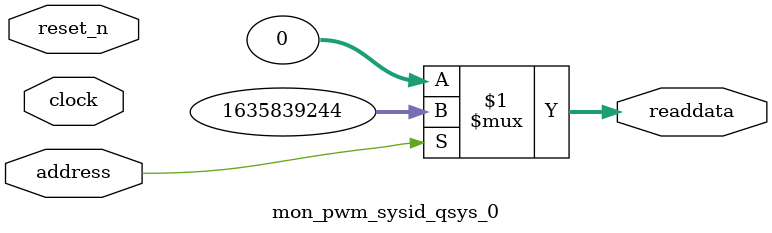
<source format=v>



// synthesis translate_off
`timescale 1ns / 1ps
// synthesis translate_on

// turn off superfluous verilog processor warnings 
// altera message_level Level1 
// altera message_off 10034 10035 10036 10037 10230 10240 10030 

module mon_pwm_sysid_qsys_0 (
               // inputs:
                address,
                clock,
                reset_n,

               // outputs:
                readdata
             )
;

  output  [ 31: 0] readdata;
  input            address;
  input            clock;
  input            reset_n;

  wire    [ 31: 0] readdata;
  //control_slave, which is an e_avalon_slave
  assign readdata = address ? 1635839244 : 0;

endmodule



</source>
